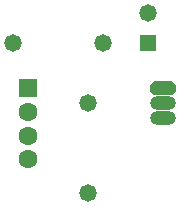
<source format=gbs>
G04 DipTrace 2.4.0.2*
%INBottomMask.gbs*%
%MOIN*%
%ADD26C,0.0631*%
%ADD28R,0.0631X0.0631*%
%ADD30C,0.058*%
%ADD32R,0.058X0.058*%
%ADD34C,0.058*%
%ADD36O,0.0867X0.0474*%
%FSLAX44Y44*%
G04*
G70*
G90*
G75*
G01*
%LNBotMask*%
%LPD*%
G36*
X10252Y8203D2*
X10374Y8325D1*
Y8555D1*
X10252Y8677D1*
X9628D1*
X9506Y8555D1*
Y8325D1*
X9628Y8203D1*
X10252D1*
G37*
D36*
X9940Y7940D3*
Y7440D3*
D34*
X9440Y10940D3*
D32*
Y9940D3*
D34*
X4940D3*
D30*
X7940D3*
D34*
X7440Y4940D3*
D30*
Y7940D3*
D28*
X5440Y8440D3*
D26*
Y7653D3*
Y6865D3*
Y6078D3*
M02*

</source>
